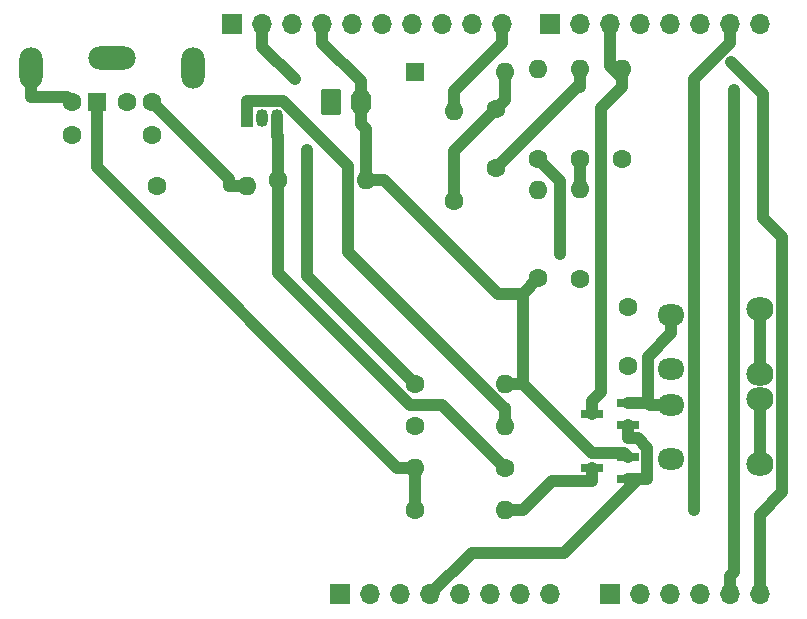
<source format=gbl>
%TF.GenerationSoftware,KiCad,Pcbnew,(6.0.6)*%
%TF.CreationDate,2022-07-11T15:05:09+02:00*%
%TF.ProjectId,ZXSpectrumFPGAShield,5a585370-6563-4747-9275-6d4650474153,rev?*%
%TF.SameCoordinates,Original*%
%TF.FileFunction,Copper,L2,Bot*%
%TF.FilePolarity,Positive*%
%FSLAX46Y46*%
G04 Gerber Fmt 4.6, Leading zero omitted, Abs format (unit mm)*
G04 Created by KiCad (PCBNEW (6.0.6)) date 2022-07-11 15:05:09*
%MOMM*%
%LPD*%
G01*
G04 APERTURE LIST*
G04 Aperture macros list*
%AMRoundRect*
0 Rectangle with rounded corners*
0 $1 Rounding radius*
0 $2 $3 $4 $5 $6 $7 $8 $9 X,Y pos of 4 corners*
0 Add a 4 corners polygon primitive as box body*
4,1,4,$2,$3,$4,$5,$6,$7,$8,$9,$2,$3,0*
0 Add four circle primitives for the rounded corners*
1,1,$1+$1,$2,$3*
1,1,$1+$1,$4,$5*
1,1,$1+$1,$6,$7*
1,1,$1+$1,$8,$9*
0 Add four rect primitives between the rounded corners*
20,1,$1+$1,$2,$3,$4,$5,0*
20,1,$1+$1,$4,$5,$6,$7,0*
20,1,$1+$1,$6,$7,$8,$9,0*
20,1,$1+$1,$8,$9,$2,$3,0*%
G04 Aperture macros list end*
%TA.AperFunction,ComponentPad*%
%ADD10C,1.600000*%
%TD*%
%TA.AperFunction,ComponentPad*%
%ADD11O,1.600000X1.600000*%
%TD*%
%TA.AperFunction,ComponentPad*%
%ADD12R,1.700000X1.700000*%
%TD*%
%TA.AperFunction,ComponentPad*%
%ADD13O,1.700000X1.700000*%
%TD*%
%TA.AperFunction,ComponentPad*%
%ADD14RoundRect,0.250000X-0.620000X-0.845000X0.620000X-0.845000X0.620000X0.845000X-0.620000X0.845000X0*%
%TD*%
%TA.AperFunction,ComponentPad*%
%ADD15O,1.740000X2.190000*%
%TD*%
%TA.AperFunction,ComponentPad*%
%ADD16R,1.600000X1.600000*%
%TD*%
%TA.AperFunction,ComponentPad*%
%ADD17O,2.000000X3.500000*%
%TD*%
%TA.AperFunction,ComponentPad*%
%ADD18O,4.000000X2.000000*%
%TD*%
%TA.AperFunction,ComponentPad*%
%ADD19O,2.300000X1.800000*%
%TD*%
%TA.AperFunction,ComponentPad*%
%ADD20O,2.300000X2.000000*%
%TD*%
%TA.AperFunction,ComponentPad*%
%ADD21R,1.050000X1.500000*%
%TD*%
%TA.AperFunction,ComponentPad*%
%ADD22O,1.050000X1.500000*%
%TD*%
%TA.AperFunction,SMDPad,CuDef*%
%ADD23R,1.900000X0.800000*%
%TD*%
%TA.AperFunction,ViaPad*%
%ADD24C,0.600000*%
%TD*%
%TA.AperFunction,Conductor*%
%ADD25C,1.000000*%
%TD*%
G04 APERTURE END LIST*
D10*
%TO.P,R10,1*%
%TO.N,Net-(C2-Pad2)*%
X137592000Y-64186000D03*
D11*
%TO.P,R10,2*%
%TO.N,MIC{slash}TAPE*%
X137592000Y-56566000D03*
%TD*%
D10*
%TO.P,R9,1*%
%TO.N,Net-(LS1-Pad1)*%
X134290000Y-83236000D03*
D11*
%TO.P,R9,2*%
%TO.N,Net-(Q1-Pad1)*%
X141910000Y-83236000D03*
%TD*%
D10*
%TO.P,R8,1*%
%TO.N,Net-(LS1-Pad1)*%
X134290000Y-79680000D03*
D11*
%TO.P,R8,2*%
%TO.N,GND*%
X141910000Y-79680000D03*
%TD*%
D12*
%TO.P,J1,1,Pin_1*%
%TO.N,unconnected-(J1-Pad1)*%
X127940000Y-97460000D03*
D13*
%TO.P,J1,2,Pin_2*%
%TO.N,/IOREF*%
X130480000Y-97460000D03*
%TO.P,J1,3,Pin_3*%
%TO.N,/~{RESET}*%
X133020000Y-97460000D03*
%TO.P,J1,4,Pin_4*%
%TO.N,+3V3*%
X135560000Y-97460000D03*
%TO.P,J1,5,Pin_5*%
%TO.N,+5V*%
X138100000Y-97460000D03*
%TO.P,J1,6,Pin_6*%
%TO.N,GND*%
X140640000Y-97460000D03*
%TO.P,J1,7,Pin_7*%
X143180000Y-97460000D03*
%TO.P,J1,8,Pin_8*%
%TO.N,VCC*%
X145720000Y-97460000D03*
%TD*%
D12*
%TO.P,J3,1,Pin_1*%
%TO.N,/A0*%
X150800000Y-97460000D03*
D13*
%TO.P,J3,2,Pin_2*%
%TO.N,/A1*%
X153340000Y-97460000D03*
%TO.P,J3,3,Pin_3*%
%TO.N,/A2*%
X155880000Y-97460000D03*
%TO.P,J3,4,Pin_4*%
%TO.N,/A3*%
X158420000Y-97460000D03*
%TO.P,J3,5,Pin_5*%
%TO.N,/SDA{slash}A4*%
X160960000Y-97460000D03*
%TO.P,J3,6,Pin_6*%
%TO.N,/SCL{slash}A5*%
X163500000Y-97460000D03*
%TD*%
D12*
%TO.P,J2,1,Pin_1*%
%TO.N,/SCL{slash}A5*%
X118796000Y-49200000D03*
D13*
%TO.P,J2,2,Pin_2*%
%TO.N,/SDA{slash}A4*%
X121336000Y-49200000D03*
%TO.P,J2,3,Pin_3*%
%TO.N,/AREF*%
X123876000Y-49200000D03*
%TO.P,J2,4,Pin_4*%
%TO.N,GND*%
X126416000Y-49200000D03*
%TO.P,J2,5,Pin_5*%
%TO.N,/13*%
X128956000Y-49200000D03*
%TO.P,J2,6,Pin_6*%
%TO.N,/12*%
X131496000Y-49200000D03*
%TO.P,J2,7,Pin_7*%
%TO.N,/\u002A11*%
X134036000Y-49200000D03*
%TO.P,J2,8,Pin_8*%
%TO.N,/\u002A10*%
X136576000Y-49200000D03*
%TO.P,J2,9,Pin_9*%
%TO.N,/\u002A9*%
X139116000Y-49200000D03*
%TO.P,J2,10,Pin_10*%
%TO.N,MIC{slash}TAPE*%
X141656000Y-49200000D03*
%TD*%
D12*
%TO.P,J4,1,Pin_1*%
%TO.N,/7*%
X145720000Y-49200000D03*
D13*
%TO.P,J4,2,Pin_2*%
%TO.N,/\u002A6*%
X148260000Y-49200000D03*
%TO.P,J4,3,Pin_3*%
%TO.N,/\u002A5*%
X150800000Y-49200000D03*
%TO.P,J4,4,Pin_4*%
%TO.N,/4*%
X153340000Y-49200000D03*
%TO.P,J4,5,Pin_5*%
%TO.N,/\u002A3*%
X155880000Y-49200000D03*
%TO.P,J4,6,Pin_6*%
%TO.N,/2*%
X158420000Y-49200000D03*
%TO.P,J4,7,Pin_7*%
%TO.N,/TX{slash}1*%
X160960000Y-49200000D03*
%TO.P,J4,8,Pin_8*%
%TO.N,/RX{slash}0*%
X163500000Y-49200000D03*
%TD*%
D10*
%TO.P,R1,1*%
%TO.N,Net-(J8-Pad5)*%
X112446000Y-62916000D03*
D11*
%TO.P,R1,2*%
%TO.N,+5V*%
X120066000Y-62916000D03*
%TD*%
D14*
%TO.P,LS1,1,1*%
%TO.N,Net-(LS1-Pad1)*%
X127178000Y-55824000D03*
D15*
%TO.P,LS1,2,2*%
%TO.N,GND*%
X129718000Y-55824000D03*
%TD*%
D10*
%TO.P,R4,1*%
%TO.N,Net-(J8-Pad1)*%
X134290000Y-90348000D03*
D11*
%TO.P,R4,2*%
%TO.N,/TX{slash}1*%
X141910000Y-90348000D03*
%TD*%
D10*
%TO.P,R6,1*%
%TO.N,Net-(J6-PadT)*%
X148260000Y-60630000D03*
D11*
%TO.P,R6,2*%
%TO.N,Net-(C2-Pad1)*%
X148260000Y-53010000D03*
%TD*%
D10*
%TO.P,C1,1*%
%TO.N,+5V*%
X122666000Y-62408000D03*
D11*
%TO.P,C1,2*%
%TO.N,GND*%
X130166000Y-62408000D03*
%TD*%
D16*
%TO.P,J8,1*%
%TO.N,Net-(J8-Pad1)*%
X107326000Y-55747000D03*
D10*
%TO.P,J8,2*%
%TO.N,unconnected-(J8-Pad2)*%
X109926000Y-55747000D03*
%TO.P,J8,3*%
%TO.N,GND*%
X105226000Y-55747000D03*
%TO.P,J8,4*%
%TO.N,+5V*%
X112026000Y-55747000D03*
%TO.P,J8,5*%
%TO.N,Net-(J8-Pad5)*%
X105226000Y-58547000D03*
%TO.P,J8,6*%
%TO.N,unconnected-(J8-Pad6)*%
X112026000Y-58547000D03*
D17*
%TO.P,J8,7,shield*%
%TO.N,GND*%
X101776000Y-52897000D03*
X115476000Y-52897000D03*
D18*
X108626000Y-52097000D03*
%TD*%
D19*
%TO.P,J6,R*%
%TO.N,N/C*%
X156000000Y-78380000D03*
%TO.P,J6,S*%
%TO.N,GND*%
X156000000Y-73780000D03*
D20*
%TO.P,J6,T*%
%TO.N,Net-(J6-PadT)*%
X163500000Y-78830000D03*
X163500000Y-73330000D03*
%TD*%
D10*
%TO.P,R7,1*%
%TO.N,Net-(C3-Pad2)*%
X144704000Y-60630000D03*
D11*
%TO.P,R7,2*%
%TO.N,Net-(C2-Pad2)*%
X144704000Y-53010000D03*
%TD*%
D10*
%TO.P,C2,1*%
%TO.N,Net-(C2-Pad1)*%
X141148000Y-61352000D03*
%TO.P,C2,2*%
%TO.N,Net-(C2-Pad2)*%
X141148000Y-56352000D03*
%TD*%
D16*
%TO.P,D1,1,K*%
%TO.N,Net-(D1-Pad1)*%
X134290000Y-53264000D03*
D11*
%TO.P,D1,2,A*%
%TO.N,Net-(C2-Pad2)*%
X141910000Y-53264000D03*
%TD*%
D21*
%TO.P,Q1,1,E*%
%TO.N,Net-(Q1-Pad1)*%
X120066000Y-57180000D03*
D22*
%TO.P,Q1,2,B*%
%TO.N,Net-(D1-Pad1)*%
X121336000Y-57180000D03*
%TO.P,Q1,3,C*%
%TO.N,+5V*%
X122606000Y-57180000D03*
%TD*%
D10*
%TO.P,R2,1*%
%TO.N,+5V*%
X141910000Y-86792000D03*
D11*
%TO.P,R2,2*%
%TO.N,Net-(J8-Pad1)*%
X134290000Y-86792000D03*
%TD*%
D10*
%TO.P,R5,1*%
%TO.N,GND*%
X148260000Y-70790000D03*
D11*
%TO.P,R5,2*%
%TO.N,Net-(J6-PadT)*%
X148260000Y-63170000D03*
%TD*%
D10*
%TO.P,C3,1*%
%TO.N,Net-(C3-Pad1)*%
X152324000Y-78116000D03*
%TO.P,C3,2*%
%TO.N,Net-(C3-Pad2)*%
X152324000Y-73116000D03*
%TD*%
%TO.P,C4,1*%
%TO.N,GND*%
X144704000Y-70730000D03*
D11*
%TO.P,C4,2*%
%TO.N,Net-(C2-Pad2)*%
X144704000Y-63230000D03*
%TD*%
D19*
%TO.P,J5,R*%
%TO.N,N/C*%
X156000000Y-86000000D03*
%TO.P,J5,S*%
%TO.N,GND*%
X156000000Y-81400000D03*
D20*
%TO.P,J5,T*%
%TO.N,Net-(C3-Pad1)*%
X163500000Y-80950000D03*
X163500000Y-86450000D03*
%TD*%
D11*
%TO.P,R3,2*%
%TO.N,/\u002A5*%
X151816000Y-53010000D03*
D10*
%TO.P,R3,1*%
%TO.N,Net-(J8-Pad5)*%
X151816000Y-60630000D03*
%TD*%
D23*
%TO.P,D3,1*%
%TO.N,GND*%
X152300000Y-85842000D03*
%TO.P,D3,2*%
%TO.N,+3V3*%
X152300000Y-87742000D03*
%TO.P,D3,3*%
%TO.N,/TX{slash}1*%
X149300000Y-86792000D03*
%TD*%
%TO.P,D2,1*%
%TO.N,GND*%
X152300000Y-81270000D03*
%TO.P,D2,2*%
%TO.N,+3V3*%
X152300000Y-83170000D03*
%TO.P,D2,3*%
%TO.N,/\u002A5*%
X149300000Y-82220000D03*
%TD*%
D24*
%TO.N,Net-(LS1-Pad1)*%
X125109500Y-59830700D03*
%TO.N,Net-(C3-Pad2)*%
X146526200Y-68685200D03*
%TO.N,/TX{slash}1*%
X157875500Y-90348000D03*
%TO.N,/SCL{slash}A5*%
X161016000Y-52391800D03*
%TO.N,/SDA{slash}A4*%
X124086000Y-53879500D03*
X161259600Y-54764400D03*
%TD*%
D25*
%TO.N,Net-(Q1-Pad1)*%
X120066000Y-57180000D02*
X120066000Y-55729700D01*
X141910000Y-83236000D02*
X141910000Y-81735700D01*
X123116100Y-55729700D02*
X120066000Y-55729700D01*
X128601800Y-61215400D02*
X123116100Y-55729700D01*
X128601800Y-68505200D02*
X128601800Y-61215400D01*
X141832300Y-81735700D02*
X128601800Y-68505200D01*
X141910000Y-81735700D02*
X141832300Y-81735700D01*
%TO.N,Net-(C3-Pad1)*%
X163500000Y-86450000D02*
X163500000Y-80950000D01*
%TO.N,Net-(LS1-Pad1)*%
X125109500Y-70499500D02*
X125109500Y-59830700D01*
X134290000Y-79680000D02*
X125109500Y-70499500D01*
%TO.N,Net-(J8-Pad1)*%
X134290000Y-86792000D02*
X134290000Y-90348000D01*
X107326000Y-61328300D02*
X132789700Y-86792000D01*
X107326000Y-55747000D02*
X107326000Y-61328300D01*
X134290000Y-86792000D02*
X132789700Y-86792000D01*
%TO.N,Net-(J6-PadT)*%
X148260000Y-63170000D02*
X148260000Y-60630000D01*
X163500000Y-73330000D02*
X163500000Y-78830000D01*
%TO.N,Net-(C3-Pad2)*%
X146526200Y-62452200D02*
X146526200Y-68685200D01*
X144704000Y-60630000D02*
X146526200Y-62452200D01*
%TO.N,Net-(C2-Pad2)*%
X141910000Y-55590000D02*
X141148000Y-56352000D01*
X141910000Y-53264000D02*
X141910000Y-55590000D01*
X137592000Y-59908000D02*
X137592000Y-64186000D01*
X141148000Y-56352000D02*
X137592000Y-59908000D01*
%TO.N,MIC{slash}TAPE*%
X137592000Y-54814300D02*
X137592000Y-56566000D01*
X141656000Y-50750300D02*
X137592000Y-54814300D01*
X141656000Y-49200000D02*
X141656000Y-50750300D01*
%TO.N,+3V3*%
X153950300Y-85095400D02*
X153950300Y-87742000D01*
X153125200Y-84270300D02*
X153950300Y-85095400D01*
X152300000Y-84270300D02*
X153125200Y-84270300D01*
X152300000Y-83170000D02*
X152300000Y-84270300D01*
X152300000Y-87742000D02*
X153125200Y-87742000D01*
X153125200Y-87742000D02*
X153950300Y-87742000D01*
X139072700Y-93947300D02*
X135560000Y-97460000D01*
X146919900Y-93947300D02*
X139072700Y-93947300D01*
X153125200Y-87742000D02*
X146919900Y-93947300D01*
%TO.N,/TX{slash}1*%
X145866000Y-87892300D02*
X143410300Y-90348000D01*
X149300000Y-87892300D02*
X145866000Y-87892300D01*
X149300000Y-86792000D02*
X149300000Y-87892300D01*
X141910000Y-90348000D02*
X143410300Y-90348000D01*
X160960000Y-49200000D02*
X160960000Y-50750300D01*
X157875500Y-53834800D02*
X157875500Y-90348000D01*
X160960000Y-50750300D02*
X157875500Y-53834800D01*
%TO.N,/\u002A5*%
X150038000Y-56288300D02*
X151816000Y-54510300D01*
X150038000Y-80381700D02*
X150038000Y-56288300D01*
X149300000Y-81119700D02*
X150038000Y-80381700D01*
X149300000Y-82220000D02*
X149300000Y-81119700D01*
X151816000Y-53010000D02*
X151816000Y-53760100D01*
X151816000Y-53760100D02*
X151816000Y-54510300D01*
X150800000Y-52744100D02*
X150800000Y-49200000D01*
X151816000Y-53760100D02*
X150800000Y-52744100D01*
%TO.N,Net-(C2-Pad1)*%
X147989700Y-54510300D02*
X148260000Y-54510300D01*
X141148000Y-61352000D02*
X147989700Y-54510300D01*
X148260000Y-53010000D02*
X148260000Y-54510300D01*
%TO.N,/SCL{slash}A5*%
X163723400Y-55099200D02*
X161016000Y-52391800D01*
X163723400Y-65599500D02*
X163723400Y-55099200D01*
X165382400Y-67258500D02*
X163723400Y-65599500D01*
X165382400Y-88834100D02*
X165382400Y-67258500D01*
X163500000Y-90716500D02*
X165382400Y-88834100D01*
X163500000Y-97460000D02*
X163500000Y-90716500D01*
%TO.N,/SDA{slash}A4*%
X121336000Y-51129500D02*
X124086000Y-53879500D01*
X121336000Y-49200000D02*
X121336000Y-51129500D01*
X161259600Y-95610100D02*
X161259600Y-54764400D01*
X160960000Y-95909700D02*
X161259600Y-95610100D01*
X160960000Y-97460000D02*
X160960000Y-95909700D01*
%TO.N,+5V*%
X122606000Y-57180000D02*
X122606000Y-58630300D01*
X118565700Y-62286700D02*
X118565700Y-62916000D01*
X112026000Y-55747000D02*
X118565700Y-62286700D01*
X120066000Y-62916000D02*
X118565700Y-62916000D01*
X122666000Y-58690300D02*
X122666000Y-62408000D01*
X122606000Y-58630300D02*
X122666000Y-58690300D01*
X136576000Y-81458000D02*
X141910000Y-86792000D01*
X133897500Y-81458000D02*
X136576000Y-81458000D01*
X122666000Y-70226500D02*
X133897500Y-81458000D01*
X122666000Y-62408000D02*
X122666000Y-70226500D01*
%TO.N,GND*%
X156000000Y-81400000D02*
X154149700Y-81400000D01*
X149272800Y-85542500D02*
X143410300Y-79680000D01*
X152000500Y-85542500D02*
X149272800Y-85542500D01*
X152300000Y-85842000D02*
X152000500Y-85542500D01*
X141910000Y-79680000D02*
X143410300Y-79680000D01*
X156000000Y-73780000D02*
X156000000Y-75380300D01*
X154019700Y-77360600D02*
X156000000Y-75380300D01*
X154019700Y-81270000D02*
X154019700Y-77360600D01*
X152300000Y-81270000D02*
X154019700Y-81270000D01*
X154019700Y-81270000D02*
X154149700Y-81400000D01*
X104826300Y-55347300D02*
X105226000Y-55747000D01*
X101776000Y-55347300D02*
X104826300Y-55347300D01*
X101776000Y-52897000D02*
X101776000Y-55347300D01*
X129718000Y-56113200D02*
X129718000Y-57619300D01*
X129718000Y-56113200D02*
X129718000Y-55824000D01*
X129694400Y-54028700D02*
X126416000Y-50750300D01*
X129718000Y-54028700D02*
X129694400Y-54028700D01*
X126416000Y-49200000D02*
X126416000Y-50750300D01*
X129718000Y-55824000D02*
X129718000Y-54028700D01*
X144704000Y-70730000D02*
X143410300Y-72023700D01*
X143410300Y-72023700D02*
X143410300Y-79680000D01*
X130166000Y-58067300D02*
X129718000Y-57619300D01*
X130166000Y-62408000D02*
X130166000Y-58067300D01*
X141282000Y-72023700D02*
X143410300Y-72023700D01*
X131666300Y-62408000D02*
X141282000Y-72023700D01*
X130166000Y-62408000D02*
X131666300Y-62408000D01*
%TD*%
M02*

</source>
